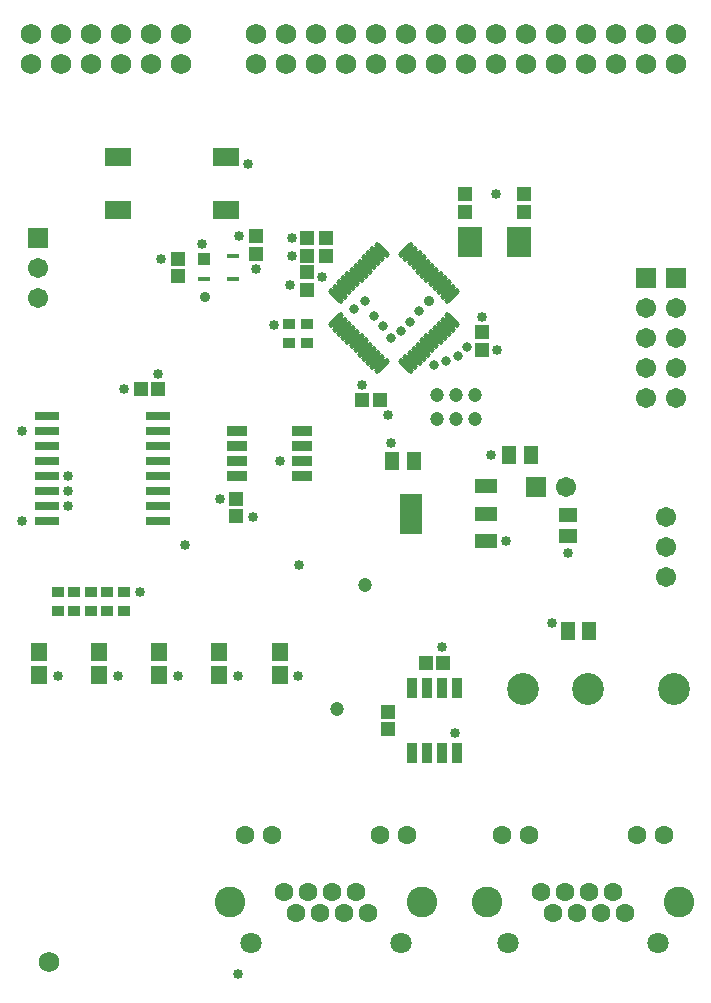
<source format=gbr>
G04*
G04 #@! TF.GenerationSoftware,Altium Limited,Altium Designer,22.4.2 (48)*
G04*
G04 Layer_Color=8388736*
%FSLAX25Y25*%
%MOIN*%
G70*
G04*
G04 #@! TF.SameCoordinates,486E1BA3-CE48-4A1D-B67F-52F2D9AC8645*
G04*
G04*
G04 #@! TF.FilePolarity,Negative*
G04*
G01*
G75*
%ADD21R,0.03900X0.01500*%
%ADD22R,0.03900X0.03900*%
%ADD38R,0.04737X0.06115*%
%ADD39R,0.06115X0.04737*%
%ADD40R,0.08280X0.10249*%
%ADD41R,0.08181X0.03000*%
%ADD42R,0.06804X0.03359*%
%ADD43R,0.06807X0.03362*%
%ADD44R,0.03556X0.06902*%
%ADD45R,0.07690X0.13398*%
%ADD46R,0.07690X0.04540*%
G04:AMPARAMS|DCode=47|XSize=19.81mil|YSize=65.09mil|CornerRadius=0mil|HoleSize=0mil|Usage=FLASHONLY|Rotation=225.000|XOffset=0mil|YOffset=0mil|HoleType=Round|Shape=Round|*
%AMOVALD47*
21,1,0.04528,0.01981,0.00000,0.00000,315.0*
1,1,0.01981,-0.01601,0.01601*
1,1,0.01981,0.01601,-0.01601*
%
%ADD47OVALD47*%

G04:AMPARAMS|DCode=48|XSize=19.81mil|YSize=65.09mil|CornerRadius=0mil|HoleSize=0mil|Usage=FLASHONLY|Rotation=315.000|XOffset=0mil|YOffset=0mil|HoleType=Round|Shape=Round|*
%AMOVALD48*
21,1,0.04528,0.01981,0.00000,0.00000,45.0*
1,1,0.01981,-0.01601,-0.01601*
1,1,0.01981,0.01601,0.01601*
%
%ADD48OVALD48*%

%ADD49R,0.09068X0.06312*%
%ADD50R,0.04147X0.03556*%
%ADD51R,0.05328X0.06115*%
%ADD52R,0.04540X0.04540*%
%ADD53R,0.04540X0.04540*%
%ADD54C,0.07099*%
%ADD55C,0.10249*%
%ADD56C,0.06312*%
%ADD57C,0.10642*%
%ADD58C,0.06706*%
%ADD59R,0.06706X0.06706*%
%ADD60R,0.06706X0.06706*%
%ADD61C,0.06800*%
%ADD62C,0.03556*%
%ADD63C,0.03359*%
%ADD64C,0.04737*%
%ADD65C,0.03162*%
D21*
X176900Y350800D02*
D03*
Y343200D02*
D03*
X167100D02*
D03*
D22*
Y350000D02*
D03*
D38*
X268858Y284500D02*
D03*
X276142D02*
D03*
X229811Y282500D02*
D03*
X237094D02*
D03*
X288358Y226000D02*
D03*
X295642D02*
D03*
D39*
X288500Y257358D02*
D03*
Y264642D02*
D03*
D40*
X272071Y355500D02*
D03*
X255929D02*
D03*
D41*
X114722Y297500D02*
D03*
Y292500D02*
D03*
Y287500D02*
D03*
Y282500D02*
D03*
Y277500D02*
D03*
Y272500D02*
D03*
Y267500D02*
D03*
Y262500D02*
D03*
X152000D02*
D03*
Y267500D02*
D03*
Y272500D02*
D03*
Y277500D02*
D03*
Y282500D02*
D03*
Y287500D02*
D03*
Y297500D02*
D03*
Y292500D02*
D03*
D42*
X178323Y277500D02*
D03*
Y282500D02*
D03*
Y287500D02*
D03*
Y292500D02*
D03*
X199677D02*
D03*
Y287500D02*
D03*
Y277500D02*
D03*
D43*
Y282500D02*
D03*
D44*
X251500Y206728D02*
D03*
X246500D02*
D03*
X241500D02*
D03*
X236500D02*
D03*
Y185272D02*
D03*
X241500D02*
D03*
X246500D02*
D03*
X251500D02*
D03*
D45*
X236313Y265000D02*
D03*
D46*
X261116Y274055D02*
D03*
Y265000D02*
D03*
Y255945D02*
D03*
D47*
X249918Y329394D02*
D03*
X248526Y328002D02*
D03*
X247134Y326610D02*
D03*
X245742Y325218D02*
D03*
X244350Y323826D02*
D03*
X242958Y322434D02*
D03*
X241566Y321042D02*
D03*
X240174Y319650D02*
D03*
X238782Y318258D02*
D03*
X237390Y316866D02*
D03*
X235998Y315474D02*
D03*
X234606Y314082D02*
D03*
X211082Y337606D02*
D03*
X212474Y338998D02*
D03*
X213866Y340390D02*
D03*
X215258Y341782D02*
D03*
X216650Y343174D02*
D03*
X218042Y344566D02*
D03*
X219434Y345958D02*
D03*
X220826Y347350D02*
D03*
X222218Y348742D02*
D03*
X223610Y350134D02*
D03*
X225002Y351526D02*
D03*
X226394Y352918D02*
D03*
D48*
Y314082D02*
D03*
X225002Y315474D02*
D03*
X223610Y316866D02*
D03*
X222218Y318258D02*
D03*
X220826Y319650D02*
D03*
X219434Y321042D02*
D03*
X218042Y322434D02*
D03*
X216650Y323826D02*
D03*
X215258Y325218D02*
D03*
X213866Y326610D02*
D03*
X212474Y328002D02*
D03*
X211082Y329394D02*
D03*
X234606Y352918D02*
D03*
X235998Y351526D02*
D03*
X237390Y350134D02*
D03*
X238782Y348742D02*
D03*
X240174Y347350D02*
D03*
X241566Y345958D02*
D03*
X242958Y344566D02*
D03*
X244350Y343174D02*
D03*
X245742Y341782D02*
D03*
X247134Y340390D02*
D03*
X248526Y338998D02*
D03*
X249918Y337606D02*
D03*
D49*
X174413Y383858D02*
D03*
X138587D02*
D03*
X174413Y366142D02*
D03*
X138587D02*
D03*
D50*
X140425Y232524D02*
D03*
Y239020D02*
D03*
X134925Y232524D02*
D03*
Y239020D02*
D03*
X129425Y232524D02*
D03*
Y239020D02*
D03*
X201500Y321827D02*
D03*
Y328323D02*
D03*
X195500Y321827D02*
D03*
Y328323D02*
D03*
X123925Y232524D02*
D03*
Y239020D02*
D03*
X118425Y232524D02*
D03*
Y239020D02*
D03*
D51*
X192465Y211251D02*
D03*
Y218731D02*
D03*
X172340Y211251D02*
D03*
Y218731D02*
D03*
X152215Y211251D02*
D03*
Y218731D02*
D03*
X132160Y218749D02*
D03*
Y211269D02*
D03*
X112035Y218749D02*
D03*
Y211269D02*
D03*
D52*
X151953Y306500D02*
D03*
X146047D02*
D03*
X241047Y215272D02*
D03*
X246953D02*
D03*
X225905Y303000D02*
D03*
X220000D02*
D03*
D53*
X178000Y264047D02*
D03*
Y269953D02*
D03*
X228500Y193047D02*
D03*
Y198953D02*
D03*
X254059Y365547D02*
D03*
Y371453D02*
D03*
X273941Y365547D02*
D03*
Y371453D02*
D03*
X201500Y339500D02*
D03*
Y345406D02*
D03*
X260000Y325500D02*
D03*
Y319595D02*
D03*
X201500Y351000D02*
D03*
Y356906D02*
D03*
X207750Y351000D02*
D03*
Y356906D02*
D03*
X158500Y344047D02*
D03*
Y349953D02*
D03*
X184500Y351547D02*
D03*
Y357453D02*
D03*
D54*
X268445Y122000D02*
D03*
X318445D02*
D03*
X232945D02*
D03*
X182945D02*
D03*
D55*
X261457Y135504D02*
D03*
X325433D02*
D03*
X239933D02*
D03*
X175957D02*
D03*
D56*
X266437Y157984D02*
D03*
X275453D02*
D03*
X311437D02*
D03*
X320453D02*
D03*
X279390Y139008D02*
D03*
X283405Y132000D02*
D03*
X287421Y139008D02*
D03*
X291437Y132000D02*
D03*
X295453Y139008D02*
D03*
X299468Y132000D02*
D03*
X303484Y139008D02*
D03*
X307500Y132000D02*
D03*
X222000D02*
D03*
X217984Y139008D02*
D03*
X213968Y132000D02*
D03*
X209953Y139008D02*
D03*
X205937Y132000D02*
D03*
X201921Y139008D02*
D03*
X197906Y132000D02*
D03*
X193890Y139008D02*
D03*
X234953Y157984D02*
D03*
X225937D02*
D03*
X189953D02*
D03*
X180937D02*
D03*
D57*
X295260Y206500D02*
D03*
X273606D02*
D03*
X324000D02*
D03*
D58*
X321285Y264000D02*
D03*
Y254000D02*
D03*
Y244000D02*
D03*
X288000Y274000D02*
D03*
X314356Y303500D02*
D03*
X324356D02*
D03*
X314356Y313500D02*
D03*
X324356D02*
D03*
Y323500D02*
D03*
X314356Y333500D02*
D03*
X324356D02*
D03*
X314356Y323500D02*
D03*
X112000Y347000D02*
D03*
Y337000D02*
D03*
D59*
X278000Y274000D02*
D03*
D60*
X314356Y343500D02*
D03*
X324356D02*
D03*
X112000Y357000D02*
D03*
D61*
X109500Y425000D02*
D03*
X119500D02*
D03*
X129500D02*
D03*
X139500D02*
D03*
X149500D02*
D03*
X159500D02*
D03*
Y415000D02*
D03*
X149500D02*
D03*
X109500D02*
D03*
X119500D02*
D03*
X129500D02*
D03*
X139500D02*
D03*
X234500Y425000D02*
D03*
X244500D02*
D03*
X254500D02*
D03*
X264500D02*
D03*
X274500D02*
D03*
X284500D02*
D03*
X294500D02*
D03*
X304500D02*
D03*
X314500D02*
D03*
X324500D02*
D03*
Y415000D02*
D03*
X314500D02*
D03*
X304500D02*
D03*
X294500D02*
D03*
X284500D02*
D03*
X274500D02*
D03*
X264500D02*
D03*
X254500D02*
D03*
X244500D02*
D03*
X234500D02*
D03*
X224500Y425000D02*
D03*
X214500D02*
D03*
X204500D02*
D03*
X194500D02*
D03*
X184500D02*
D03*
X224500Y415000D02*
D03*
X214500D02*
D03*
X204500D02*
D03*
X194500D02*
D03*
X184500D02*
D03*
X115500Y115417D02*
D03*
D62*
X167575Y337350D02*
D03*
X242192Y335808D02*
D03*
D63*
X166500Y355000D02*
D03*
X182000Y381500D02*
D03*
X179000Y357500D02*
D03*
X263000Y284500D02*
D03*
X229500Y288500D02*
D03*
X288500Y251953D02*
D03*
X199000Y248000D02*
D03*
X268000Y256000D02*
D03*
X138500Y211000D02*
D03*
X118500D02*
D03*
X158440Y210945D02*
D03*
X178500Y111500D02*
D03*
X146000Y239000D02*
D03*
X198440Y210945D02*
D03*
X283150Y228425D02*
D03*
X184500Y346500D02*
D03*
X220000Y308000D02*
D03*
X196000Y341280D02*
D03*
X190500Y328000D02*
D03*
X260000Y330500D02*
D03*
X246500Y220500D02*
D03*
X250940Y191945D02*
D03*
X178440Y210945D02*
D03*
X264440Y371445D02*
D03*
X196500Y357000D02*
D03*
X265000Y319500D02*
D03*
X122000Y277500D02*
D03*
Y272500D02*
D03*
Y267500D02*
D03*
X161000Y254500D02*
D03*
X153000Y350000D02*
D03*
X152000Y311500D02*
D03*
X183500Y264000D02*
D03*
X140500Y306500D02*
D03*
X172500Y270000D02*
D03*
X228500Y298000D02*
D03*
X192500Y282500D02*
D03*
X106500Y262500D02*
D03*
Y292500D02*
D03*
X206500Y344000D02*
D03*
X196500Y351000D02*
D03*
D64*
X211500Y200000D02*
D03*
X257429Y296500D02*
D03*
X245000Y304500D02*
D03*
X245000Y296500D02*
D03*
X251214D02*
D03*
X220926Y241101D02*
D03*
X257429Y304500D02*
D03*
X251214D02*
D03*
D65*
X255000Y320500D02*
D03*
X248000Y316000D02*
D03*
X252000Y317500D02*
D03*
X244000Y314500D02*
D03*
X236000Y329000D02*
D03*
X239000Y332500D02*
D03*
X233000Y326000D02*
D03*
X221000Y336000D02*
D03*
X229500Y323500D02*
D03*
X227000Y327500D02*
D03*
X224000Y331000D02*
D03*
X217260Y333198D02*
D03*
M02*

</source>
